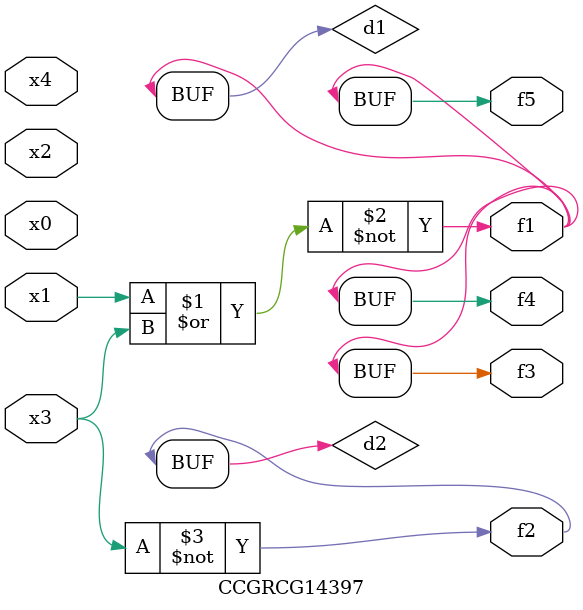
<source format=v>
module CCGRCG14397(
	input x0, x1, x2, x3, x4,
	output f1, f2, f3, f4, f5
);

	wire d1, d2;

	nor (d1, x1, x3);
	not (d2, x3);
	assign f1 = d1;
	assign f2 = d2;
	assign f3 = d1;
	assign f4 = d1;
	assign f5 = d1;
endmodule

</source>
